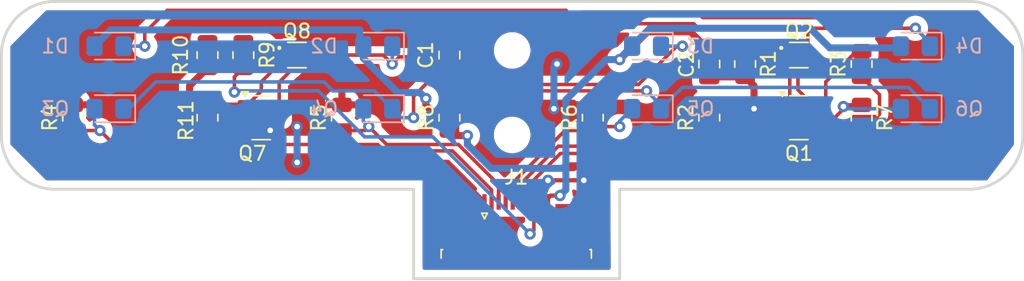
<source format=kicad_pcb>
(kicad_pcb (version 20240108) (generator "pcbnew") (generator_version "8.0")
  (layers (0 "F.Cu" signal) (31 "B.Cu" signal) (34 "B.Paste" user) (35 "F.Paste" user) (36 "B.SilkS" user "B.Silkscreen") (37 "F.SilkS" user "F.Silkscreen") (38 "B.Mask" user) (39 "F.Mask" user) (44 "Edge.Cuts" user))
  (net 0 "")
  (net 1 "GNDA")
  (net 2 "+BATT")
  (net 3 "GND")
  (net 4 "Net-(D1-K)")
  (net 5 "Net-(D2-K)")
  (net 6 "D1")
  (net 7 "A0")
  (net 8 "A1")
  (net 9 "A2")
  (net 10 "A3")
  (net 11 "+3.3V")
  (net 12 "D0")
  (net 13 "Net-(Q1-B)")
  (net 14 "Net-(Q1-C)")
  (net 15 "Net-(Q3-C)")
  (net 16 "Net-(Q7-B)")
  (net 17 "Net-(Q7-C)")
  (footprint "Package_TO_SOT_SMD:SOT-23" (layer "F.Cu") (at 172.085 104.775)
    (property "Reference" "Q1" (at 0 2.54 0) (layer "F.SilkS"))
    (property "Value" "BC817")
    (fp_line (start 0 -1.56) (end -0.65 -1.56) (stroke (width 0.12)) (layer "F.SilkS"))
    (fp_line (start 0 -1.56) (end 0.65 -1.56) (stroke (width 0.12)) (layer "F.SilkS"))
    (fp_line (start 0 1.56) (end -0.65 1.56) (stroke (width 0.12)) (layer "F.SilkS"))
    (fp_line (start 0 1.56) (end 0.65 1.56) (stroke (width 0.12)) (layer "F.SilkS"))
    (fp_poly (pts (xy -1.1625 -1.51) (xy -1.4025 -1.84) (xy -0.9225 -1.84) (xy -1.1625 -1.51)) (stroke (width 0.12)) (fill solid) (layer "F.SilkS"))
    (pad "1" smd roundrect (at -0.9375 -0.95) (size 1.475 0.6) (layers "F.Cu" "F.Paste" "F.Mask") (net 13 "Net-(Q1-B)"))
    (pad "2" smd roundrect (at -0.9375 0.95) (size 1.475 0.6) (layers "F.Cu" "F.Paste" "F.Mask") (net 3 "GND"))
    (pad "3" smd roundrect (at 0.9375 0) (size 1.475 0.6) (layers "F.Cu" "F.Paste" "F.Mask") (net 14 "Net-(Q1-C)"))
  )
  (footprint "Resistor_SMD:R_0805_2012Metric" (layer "F.Cu") (at 147.32 104.775 90)
    (property "Reference" "R8" (at 0 -1.65 90) (layer "F.SilkS"))
    (property "Value" "220R")
    (fp_line (start -0.227064 -0.735) (end 0.227064 -0.735) (stroke (width 0.12)) (layer "F.SilkS"))
    (fp_line (start -0.227064 0.735) (end 0.227064 0.735) (stroke (width 0.12)) (layer "F.SilkS"))
    (pad "1" smd roundrect (at -0.9125 0 90) (size 1.025 1.4) (layers "F.Cu" "F.Paste" "F.Mask") (roundrect_rratio 0.243902) (net 2 "+BATT"))
    (pad "2" smd roundrect (at 0.9125 0 90) (size 1.025 1.4) (layers "F.Cu" "F.Paste" "F.Mask") (roundrect_rratio 0.243902) (net 15 "Net-(Q3-C)"))
  )
  (footprint "Capacitor_SMD:C_0805_2012Metric" (layer "F.Cu") (at 165.735 100.965 -90)
    (property "Reference" "C2" (at 0.017406 1.612406 90) (layer "F.SilkS"))
    (property "Value" "4u7")
    (fp_line (start -0.261252 0.735) (end 0.261252 0.735) (stroke (width 0.12)) (layer "F.SilkS"))
    (fp_line (start -0.261252 -0.735) (end 0.261252 -0.735) (stroke (width 0.12)) (layer "F.SilkS"))
    (pad "1" smd roundrect (at -0.95 0 270) (size 1 1.45) (layers "F.Cu" "F.Paste" "F.Mask") (net 2 "+BATT"))
    (pad "2" smd roundrect (at 0.95 0 270) (size 1 1.45) (layers "F.Cu" "F.Paste" "F.Mask") (net 3 "GND"))
  )
  (footprint "Resistor_SMD:R_0805_2012Metric" (layer "F.Cu") (at 176.53 100.965 90)
    (property "Reference" "R3" (at 0 -1.65 90) (layer "F.SilkS"))
    (property "Value" "1k")
    (fp_line (start -0.227064 -0.735) (end 0.227064 -0.735) (stroke (width 0.12)) (layer "F.SilkS"))
    (fp_line (start -0.227064 0.735) (end 0.227064 0.735) (stroke (width 0.12)) (layer "F.SilkS"))
    (pad "1" smd roundrect (at -0.9125 0 90) (size 1.025 1.4) (layers "F.Cu" "F.Paste" "F.Mask") (roundrect_rratio 0.243902) (net 12 "D0"))
    (pad "2" smd roundrect (at 0.9125 0 90) (size 1.025 1.4) (layers "F.Cu" "F.Paste" "F.Mask") (roundrect_rratio 0.243902) (net 14 "Net-(Q1-C)"))
  )
  (footprint "Resistor_SMD:R_0805_2012Metric" (layer "F.Cu") (at 168.275 100.965 -90)
    (property "Reference" "R1" (at 0 -1.65 90) (layer "F.SilkS"))
    (property "Value" "6R")
    (fp_line (start -0.227064 0.735) (end 0.227064 0.735) (stroke (width 0.12)) (layer "F.SilkS"))
    (fp_line (start -0.227064 -0.735) (end 0.227064 -0.735) (stroke (width 0.12)) (layer "F.SilkS"))
    (pad "1" smd roundrect (at -0.9125 0 270) (size 1.025 1.4) (layers "F.Cu" "F.Paste" "F.Mask") (roundrect_rratio 0.243902) (net 13 "Net-(Q1-B)"))
    (pad "2" smd roundrect (at 0.9125 0 270) (size 1.025 1.4) (layers "F.Cu" "F.Paste" "F.Mask") (roundrect_rratio 0.243902) (net 3 "GND"))
  )
  (footprint "Package_TO_SOT_SMD:SOT-23" (layer "F.Cu") (at 133.985 104.775)
    (property "Reference" "Q7" (at -0.635 2.54 0) (layer "F.SilkS"))
    (property "Value" "BC817")
    (fp_line (start 0 -1.56) (end -0.65 -1.56) (stroke (width 0.12)) (layer "F.SilkS"))
    (fp_line (start 0 -1.56) (end 0.65 -1.56) (stroke (width 0.12)) (layer "F.SilkS"))
    (fp_line (start 0 1.56) (end -0.65 1.56) (stroke (width 0.12)) (layer "F.SilkS"))
    (fp_line (start 0 1.56) (end 0.65 1.56) (stroke (width 0.12)) (layer "F.SilkS"))
    (fp_poly (pts (xy -1.1625 -1.51) (xy -1.4025 -1.84) (xy -0.9225 -1.84) (xy -1.1625 -1.51)) (stroke (width 0.12)) (fill solid) (layer "F.SilkS"))
    (pad "1" smd roundrect (at -0.9375 -0.95) (size 1.475 0.6) (layers "F.Cu" "F.Paste" "F.Mask") (net 16 "Net-(Q7-B)"))
    (pad "2" smd roundrect (at -0.9375 0.95) (size 1.475 0.6) (layers "F.Cu" "F.Paste" "F.Mask") (net 3 "GND"))
    (pad "3" smd roundrect (at 0.9375 0) (size 1.475 0.6) (layers "F.Cu" "F.Paste" "F.Mask") (net 17 "Net-(Q7-C)"))
  )
  (footprint "Resistor_SMD:R_0805_2012Metric" (layer "F.Cu") (at 132.715 100.33 90)
    (property "Reference" "R9" (at 0.001517 1.685801 -90) (layer "F.SilkS"))
    (property "Value" "1k")
    (fp_line (start -0.227064 -0.735) (end 0.227064 -0.735) (stroke (width 0.12)) (layer "F.SilkS"))
    (fp_line (start -0.227064 0.735) (end 0.227064 0.735) (stroke (width 0.12)) (layer "F.SilkS"))
    (pad "1" smd roundrect (at -0.9125 0 90) (size 1.025 1.4) (layers "F.Cu" "F.Paste" "F.Mask") (roundrect_rratio 0.243902) (net 6 "D1"))
    (pad "2" smd roundrect (at 0.9125 0 90) (size 1.025 1.4) (layers "F.Cu" "F.Paste" "F.Mask") (roundrect_rratio 0.243902) (net 17 "Net-(Q7-C)"))
  )
  (footprint "Connector_FFC-FPC:TE_1-1734839-0_1x10-1MP_P0.5mm_Horizontal" (layer "F.Cu") (at 152.055 112.105)
    (property "Reference" "J1" (at 0 -3.1 0) (layer "F.SilkS"))
    (property "Value" "10x0.5mm FPC")
    (fp_line (start -5.325 2.04) (end -5.325 2.64) (stroke (width 0.12)) (layer "F.SilkS"))
    (fp_line (start -5.215 2.04) (end -5.325 2.04) (stroke (width 0.12)) (layer "F.SilkS"))
    (fp_line (start -2.45 -0.55) (end -2.25 -0.15) (stroke (width 0.12)) (layer "F.SilkS"))
    (fp_line (start -2.25 -0.15) (end -2.05 -0.55) (stroke (width 0.12)) (layer "F.SilkS"))
    (fp_line (start -2.05 -0.55) (end -2.45 -0.55) (stroke (width 0.12)) (layer "F.SilkS"))
    (fp_line (start 5.215 2.04) (end 5.325 2.04) (stroke (width 0.12)) (layer "F.SilkS"))
    (fp_line (start 5.325 2.04) (end 5.325 2.64) (stroke (width 0.12)) (layer "F.SilkS"))
    (pad "1" smd rect (at -2.25 -1.35) (size 0.3 1.1) (layers "F.Cu" "F.Paste" "F.Mask") (net 1 "GNDA"))
    (pad "2" smd rect (at -1.75 -1.35) (size 0.3 1.1) (layers "F.Cu" "F.Paste" "F.Mask") (net 7 "A0"))
    (pad "3" smd rect (at -1.25 -1.35) (size 0.3 1.1) (layers "F.Cu" "F.Paste" "F.Mask") (net 8 "A1"))
    (pad "4" smd rect (at -0.75 -1.35) (size 0.3 1.1) (layers "F.Cu" "F.Paste" "F.Mask") (net 9 "A2"))
    (pad "5" smd rect (at -0.25 -1.35) (size 0.3 1.1) (layers "F.Cu" "F.Paste" "F.Mask") (net 10 "A3"))
    (pad "6" smd rect (at 0.25 -1.35) (size 0.3 1.1) (layers "F.Cu" "F.Paste" "F.Mask") (net 11 "+3.3V"))
    (pad "7" smd rect (at 0.75 -1.35) (size 0.3 1.1) (layers "F.Cu" "F.Paste" "F.Mask") (net 12 "D0"))
    (pad "8" smd rect (at 1.25 -1.35) (size 0.3 1.1) (layers "F.Cu" "F.Paste" "F.Mask") (net 6 "D1"))
    (pad "9" smd rect (at 1.75 -1.35) (size 0.3 1.1) (layers "F.Cu" "F.Paste" "F.Mask") (net 3 "GND"))
    (pad "10" smd rect (at 2.25 -1.35) (size 0.3 1.1) (layers "F.Cu" "F.Paste" "F.Mask") (net 2 "+BATT"))
    (pad "MP" smd rect (at -3.92 0.35) (size 2.3 3.1) (layers "F.Cu" "F.Paste" "F.Mask"))
    (pad "MP" smd rect (at 3.92 0.35) (size 2.3 3.1) (layers "F.Cu" "F.Paste" "F.Mask"))
  )
  (footprint "Resistor_SMD:R_0805_2012Metric" (layer "F.Cu") (at 130.175 100.33 -90)
    (property "Reference" "R10" (at 0 1.905 90) (layer "F.SilkS"))
    (property "Value" "15k")
    (fp_line (start -0.227064 0.735) (end 0.227064 0.735) (stroke (width 0.12)) (layer "F.SilkS"))
    (fp_line (start -0.227064 -0.735) (end 0.227064 -0.735) (stroke (width 0.12)) (layer "F.SilkS"))
    (pad "1" smd roundrect (at -0.9125 0 270) (size 1.025 1.4) (layers "F.Cu" "F.Paste" "F.Mask") (roundrect_rratio 0.243902) (net 17 "Net-(Q7-C)"))
    (pad "2" smd roundrect (at 0.9125 0 270) (size 1.025 1.4) (layers "F.Cu" "F.Paste" "F.Mask") (roundrect_rratio 0.243902) (net 3 "GND"))
  )
  (footprint "MountingHole:MountingHole_2.1mm" (layer "F.Cu") (at 151.765 106)
    (property "Reference" "REF-mh" (hide yes))
    (property "Value" "MountingHole_2.1mm" (hide yes))
    (pad "" np_thru_hole circle (at 0 0) (size 2.1 2.1) (drill 2.1) (layers "*.Cu" "*.Mask"))
  )
  (footprint "Resistor_SMD:R_0805_2012Metric" (layer "F.Cu") (at 139.7 104.775 90)
    (property "Reference" "R5" (at 0 -1.65 90) (layer "F.SilkS"))
    (property "Value" "2k2")
    (fp_line (start -0.227064 -0.735) (end 0.227064 -0.735) (stroke (width 0.12)) (layer "F.SilkS"))
    (fp_line (start -0.227064 0.735) (end 0.227064 0.735) (stroke (width 0.12)) (layer "F.SilkS"))
    (pad "1" smd roundrect (at -0.9125 0 90) (size 1.025 1.4) (layers "F.Cu" "F.Paste" "F.Mask") (roundrect_rratio 0.243902) (net 8 "A1"))
    (pad "2" smd roundrect (at 0.9125 0 90) (size 1.025 1.4) (layers "F.Cu" "F.Paste" "F.Mask") (roundrect_rratio 0.243902) (net 1 "GNDA"))
  )
  (footprint "Package_TO_SOT_SMD:SOT-523" (layer "F.Cu") (at 172.085 100.33)
    (property "Reference" "Q2" (at 0 -1.7 0) (layer "F.SilkS"))
    (property "Value" "DMG1012T")
    (fp_line (start 0.65 -0.9) (end -0.65 -0.9) (stroke (width 0.12)) (layer "F.SilkS"))
    (fp_line (start 0.65 0.9) (end -0.65 0.9) (stroke (width 0.12)) (layer "F.SilkS"))
    (fp_circle (center -1.25 -0.51) (end -1.1 -0.51) (fill solid) (layer "F.SilkS"))
    (pad "1" smd roundrect (at -0.645 -0.5 180) (size 0.51 0.4) (layers "F.Cu" "F.Paste" "F.Mask") (net 14 "Net-(Q1-C)"))
    (pad "2" smd roundrect (at -0.645 0.5 180) (size 0.51 0.4) (layers "F.Cu" "F.Paste" "F.Mask") (net 13 "Net-(Q1-B)"))
    (pad "3" smd roundrect (at 0.645 0 180) (size 0.51 0.4) (layers "F.Cu" "F.Paste" "F.Mask") (net 4 "Net-(D1-K)"))
  )
  (footprint "Resistor_SMD:R_0805_2012Metric" (layer "F.Cu") (at 130.175 104.775 -90)
    (property "Reference" "R11" (at 0.214803 1.517424 90) (layer "F.SilkS"))
    (property "Value" "6R")
    (fp_line (start -0.227064 0.735) (end 0.227064 0.735) (stroke (width 0.12)) (layer "F.SilkS"))
    (fp_line (start -0.227064 -0.735) (end 0.227064 -0.735) (stroke (width 0.12)) (layer "F.SilkS"))
    (pad "1" smd roundrect (at -0.9125 0 270) (size 1.025 1.4) (layers "F.Cu" "F.Paste" "F.Mask") (roundrect_rratio 0.243902) (net 16 "Net-(Q7-B)"))
    (pad "2" smd roundrect (at 0.9125 0 270) (size 1.025 1.4) (layers "F.Cu" "F.Paste" "F.Mask") (roundrect_rratio 0.243902) (net 3 "GND"))
  )
  (footprint "MountingHole:MountingHole_2.1mm" (layer "F.Cu") (at 151.765 100)
    (property "Reference" "REF-mh" (hide yes))
    (property "Value" "MountingHole_2.1mm" (hide yes))
    (pad "" np_thru_hole circle (at 0 0) (size 2.1 2.1) (drill 2.1) (layers "*.Cu" "*.Mask"))
  )
  (footprint "Resistor_SMD:R_0805_2012Metric" (layer "F.Cu") (at 176.53 104.775 -90)
    (property "Reference" "R7" (at 0 -1.65 90) (layer "F.SilkS"))
    (property "Value" "2k2")
    (fp_line (start -0.227064 0.735) (end 0.227064 0.735) (stroke (width 0.12)) (layer "F.SilkS"))
    (fp_line (start -0.227064 -0.735) (end 0.227064 -0.735) (stroke (width 0.12)) (layer "F.SilkS"))
    (pad "1" smd roundrect (at -0.9125 0 270) (size 1.025 1.4) (layers "F.Cu" "F.Paste" "F.Mask") (roundrect_rratio 0.243902) (net 10 "A3"))
    (pad "2" smd roundrect (at 0.9125 0 270) (size 1.025 1.4) (layers "F.Cu" "F.Paste" "F.Mask") (roundrect_rratio 0.243902) (net 1 "GNDA"))
  )
  (footprint "Resistor_SMD:R_0805_2012Metric" (layer "F.Cu") (at 157.48 104.775 90)
    (property "Reference" "R6" (at 0 -1.65 90) (layer "F.SilkS"))
    (property "Value" "2k2")
    (fp_line (start -0.227064 -0.735) (end 0.227064 -0.735) (stroke (width 0.12)) (layer "F.SilkS"))
    (fp_line (start -0.227064 0.735) (end 0.227064 0.735) (stroke (width 0.12)) (layer "F.SilkS"))
    (pad "1" smd roundrect (at -0.9125 0 90) (size 1.025 1.4) (layers "F.Cu" "F.Paste" "F.Mask") (roundrect_rratio 0.243902) (net 9 "A2"))
    (pad "2" smd roundrect (at 0.9125 0 90) (size 1.025 1.4) (layers "F.Cu" "F.Paste" "F.Mask") (roundrect_rratio 0.243902) (net 1 "GNDA"))
  )
  (footprint "Resistor_SMD:R_0805_2012Metric" (layer "F.Cu") (at 120.65 104.775 90)
    (property "Reference" "R4" (at 0 -1.65 90) (layer "F.SilkS"))
    (property "Value" "2k2")
    (fp_line (start -0.227064 -0.735) (end 0.227064 -0.735) (stroke (width 0.12)) (layer "F.SilkS"))
    (fp_line (start -0.227064 0.735) (end 0.227064 0.735) (stroke (width 0.12)) (layer "F.SilkS"))
    (pad "1" smd roundrect (at -0.9125 0 90) (size 1.025 1.4) (layers "F.Cu" "F.Paste" "F.Mask") (roundrect_rratio 0.243902) (net 7 "A0"))
    (pad "2" smd roundrect (at 0.9125 0 90) (size 1.025 1.4) (layers "F.Cu" "F.Paste" "F.Mask") (roundrect_rratio 0.243902) (net 1 "GNDA"))
  )
  (footprint "Resistor_SMD:R_0805_2012Metric" (layer "F.Cu") (at 165.735 104.775 90)
    (property "Reference" "R2" (at 0 -1.65 90) (layer "F.SilkS"))
    (property "Value" "15k")
    (fp_line (start -0.227064 -0.735) (end 0.227064 -0.735) (stroke (width 0.12)) (layer "F.SilkS"))
    (fp_line (start -0.227064 0.735) (end 0.227064 0.735) (stroke (width 0.12)) (layer "F.SilkS"))
    (pad "1" smd roundrect (at -0.9125 0 90) (size 1.025 1.4) (layers "F.Cu" "F.Paste" "F.Mask") (roundrect_rratio 0.243902) (net 14 "Net-(Q1-C)"))
    (pad "2" smd roundrect (at 0.9125 0 90) (size 1.025 1.4) (layers "F.Cu" "F.Paste" "F.Mask") (roundrect_rratio 0.243902) (net 3 "GND"))
  )
  (footprint "Capacitor_SMD:C_0805_2012Metric" (layer "F.Cu") (at 147.32 100.33 90)
    (property "Reference" "C1" (at 0 -1.68 90) (layer "F.SilkS"))
    (property "Value" "100nF")
    (fp_line (start -0.261252 -0.735) (end 0.261252 -0.735) (stroke (width 0.12)) (layer "F.SilkS"))
    (fp_line (start -0.261252 0.735) (end 0.261252 0.735) (stroke (width 0.12)) (layer "F.SilkS"))
    (pad "1" smd roundrect (at -0.95 0 90) (size 1 1.45) (layers "F.Cu" "F.Paste" "F.Mask") (net 15 "Net-(Q3-C)"))
    (pad "2" smd roundrect (at 0.95 0 90) (size 1 1.45) (layers "F.Cu" "F.Paste" "F.Mask") (net 1 "GNDA"))
  )
  (footprint "Package_TO_SOT_SMD:SOT-523" (layer "F.Cu") (at 136.515 100.33)
    (property "Reference" "Q8" (at 0 -1.7 0) (layer "F.SilkS"))
    (property "Value" "DMG1012T")
    (fp_line (start 0.65 -0.9) (end -0.65 -0.9) (stroke (width 0.12)) (layer "F.SilkS"))
    (fp_line (start 0.65 0.9) (end -0.65 0.9) (stroke (width 0.12)) (layer "F.SilkS"))
    (fp_circle (center -1.25 -0.51) (end -1.1 -0.51) (fill solid) (layer "F.SilkS"))
    (pad "1" smd roundrect (at -0.645 -0.5 180) (size 0.51 0.4) (layers "F.Cu" "F.Paste" "F.Mask") (net 17 "Net-(Q7-C)"))
    (pad "2" smd roundrect (at -0.645 0.5 180) (size 0.51 0.4) (layers "F.Cu" "F.Paste" "F.Mask") (net 16 "Net-(Q7-B)"))
    (pad "3" smd roundrect (at 0.645 0 180) (size 0.51 0.4) (layers "F.Cu" "F.Paste" "F.Mask") (net 5 "Net-(D2-K)"))
  )
  (footprint "LED_SMD:LED_0805_2012Metric_Pad1.15x1.40mm_HandSolder" (layer "B.Cu") (at 123.19 104.14 180)
    (property "Reference" "Q3" (at 3.81 0 0) (layer "B.SilkS") (effects (justify mirror)))
    (property "Value" "PT0805CS")
    (fp_line (start 1 -0.96) (end -1.86 -0.96) (stroke (width 0.12)) (layer "B.SilkS"))
    (fp_line (start -1.86 0.96) (end 1 0.96) (stroke (width 0.12)) (layer "B.SilkS"))
    (fp_line (start -1.86 -0.96) (end -1.86 0.96) (stroke (width 0.12)) (layer "B.SilkS"))
    (pad "1" smd roundrect (at -1.025 0 180) (size 1.15 1.4) (layers "B.Cu" "B.Paste" "B.Mask") (roundrect_rratio 0.217391) (net 15 "Net-(Q3-C)"))
    (pad "2" smd roundrect (at 1.025 0 180) (size 1.15 1.4) (layers "B.Cu" "B.Paste" "B.Mask") (roundrect_rratio 0.217391) (net 7 "A0"))
  )
  (footprint "LED_SMD:LED_0805_2012Metric_Pad1.15x1.40mm_HandSolder" (layer "B.Cu") (at 123.19 99.695 180)
    (property "Reference" "D1" (at 3.81 0 0) (layer "B.SilkS") (effects (justify mirror)))
    (property "Value" "SIR0805CS")
    (fp_line (start 1 -0.96) (end -1.86 -0.96) (stroke (width 0.12)) (layer "B.SilkS"))
    (fp_line (start -1.86 0.96) (end 1 0.96) (stroke (width 0.12)) (layer "B.SilkS"))
    (fp_line (start -1.86 -0.96) (end -1.86 0.96) (stroke (width 0.12)) (layer "B.SilkS"))
    (pad "1" smd roundrect (at -1.025 0 180) (size 1.15 1.4) (layers "B.Cu" "B.Paste" "B.Mask") (roundrect_rratio 0.217391) (net 4 "Net-(D1-K)"))
    (pad "2" smd roundrect (at 1.025 0 180) (size 1.15 1.4) (layers "B.Cu" "B.Paste" "B.Mask") (roundrect_rratio 0.217391) (net 2 "+BATT"))
  )
  (footprint "LED_SMD:LED_0805_2012Metric_Pad1.15x1.40mm_HandSolder" (layer "B.Cu") (at 142.24 104.14 180)
    (property "Reference" "Q4" (at 3.81 0 0) (layer "B.SilkS") (effects (justify mirror)))
    (property "Value" "PT0805CS")
    (fp_line (start 1 -0.96) (end -1.86 -0.96) (stroke (width 0.12)) (layer "B.SilkS"))
    (fp_line (start -1.86 0.96) (end 1 0.96) (stroke (width 0.12)) (layer "B.SilkS"))
    (fp_line (start -1.86 -0.96) (end -1.86 0.96) (stroke (width 0.12)) (layer "B.SilkS"))
    (pad "1" smd roundrect (at -1.025 0 180) (size 1.15 1.4) (layers "B.Cu" "B.Paste" "B.Mask") (roundrect_rratio 0.217391) (net 15 "Net-(Q3-C)"))
    (pad "2" smd roundrect (at 1.025 0 180) (size 1.15 1.4) (layers "B.Cu" "B.Paste" "B.Mask") (roundrect_rratio 0.217391) (net 8 "A1"))
  )
  (footprint "LED_SMD:LED_0805_2012Metric_Pad1.15x1.40mm_HandSolder" (layer "B.Cu") (at 161.29 104.14 180)
    (property "Reference" "Q5" (at -3.81 0 0) (layer "B.SilkS") (effects (justify mirror)))
    (property "Value" "PT0805CS")
    (fp_line (start 1 -0.96) (end -1.86 -0.96) (stroke (width 0.12)) (layer "B.SilkS"))
    (fp_line (start -1.86 0.96) (end 1 0.96) (stroke (width 0.12)) (layer "B.SilkS"))
    (fp_line (start -1.86 -0.96) (end -1.86 0.96) (stroke (width 0.12)) (layer "B.SilkS"))
    (pad "1" smd roundrect (at -1.025 0 180) (size 1.15 1.4) (layers "B.Cu" "B.Paste" "B.Mask") (roundrect_rratio 0.217391) (net 15 "Net-(Q3-C)"))
    (pad "2" smd roundrect (at 1.025 0 180) (size 1.15 1.4) (layers "B.Cu" "B.Paste" "B.Mask") (roundrect_rratio 0.217391) (net 9 "A2"))
  )
  (footprint "LED_SMD:LED_0805_2012Metric_Pad1.15x1.40mm_HandSolder" (layer "B.Cu") (at 142.24 99.695 180)
    (property "Reference" "D2" (at 3.81 0 0) (layer "B.SilkS") (effects (justify mirror)))
    (property "Value" "SIR0805CS")
    (fp_line (start 1 -0.96) (end -1.86 -0.96) (stroke (width 0.12)) (layer "B.SilkS"))
    (fp_line (start -1.86 0.96) (end 1 0.96) (stroke (width 0.12)) (layer "B.SilkS"))
    (fp_line (start -1.86 -0.96) (end -1.86 0.96) (stroke (width 0.12)) (layer "B.SilkS"))
    (pad "1" smd roundrect (at -1.025 0 180) (size 1.15 1.4) (layers "B.Cu" "B.Paste" "B.Mask") (roundrect_rratio 0.217391) (net 5 "Net-(D2-K)"))
    (pad "2" smd roundrect (at 1.025 0 180) (size 1.15 1.4) (layers "B.Cu" "B.Paste" "B.Mask") (roundrect_rratio 0.217391) (net 2 "+BATT"))
  )
  (footprint "LED_SMD:LED_0805_2012Metric_Pad1.15x1.40mm_HandSolder" (layer "B.Cu") (at 180.34 99.695 180)
    (property "Reference" "D4" (at -3.81 0 0) (layer "B.SilkS") (effects (justify mirror)))
    (property "Value" "SIR0805CS")
    (fp_line (start 1 -0.96) (end -1.86 -0.96) (stroke (width 0.12)) (layer "B.SilkS"))
    (fp_line (start -1.86 0.96) (end 1 0.96) (stroke (width 0.12)) (layer "B.SilkS"))
    (fp_line (start -1.86 -0.96) (end -1.86 0.96) (stroke (width 0.12)) (layer "B.SilkS"))
    (pad "1" smd roundrect (at -1.025 0 180) (size 1.15 1.4) (layers "B.Cu" "B.Paste" "B.Mask") (roundrect_rratio 0.217391) (net 4 "Net-(D1-K)"))
    (pad "2" smd roundrect (at 1.025 0 180) (size 1.15 1.4) (layers "B.Cu" "B.Paste" "B.Mask") (roundrect_rratio 0.217391) (net 2 "+BATT"))
  )
  (footprint "LED_SMD:LED_0805_2012Metric_Pad1.15x1.40mm_HandSolder" (layer "B.Cu") (at 161.29 99.695 180)
    (property "Reference" "D3" (at -3.81 0 0) (layer "B.SilkS") (effects (justify mirror)))
    (property "Value" "SIR0805CS")
    (fp_line (start 1 -0.96) (end -1.86 -0.96) (stroke (width 0.12)) (layer "B.SilkS"))
    (fp_line (start -1.86 0.96) (end 1 0.96) (stroke (width 0.12)) (layer "B.SilkS"))
    (fp_line (start -1.86 -0.96) (end -1.86 0.96) (stroke (width 0.12)) (layer "B.SilkS"))
    (pad "1" smd roundrect (at -1.025 0 180) (size 1.15 1.4) (layers "B.Cu" "B.Paste" "B.Mask") (roundrect_rratio 0.217391) (net 5 "Net-(D2-K)"))
    (pad "2" smd roundrect (at 1.025 0 180) (size 1.15 1.4) (layers "B.Cu" "B.Paste" "B.Mask") (roundrect_rratio 0.217391) (net 2 "+BATT"))
  )
  (footprint "LED_SMD:LED_0805_2012Metric_Pad1.15x1.40mm_HandSolder" (layer "B.Cu") (at 180.34 104.14 180)
    (property "Reference" "Q6" (at -3.81 0 0) (layer "B.SilkS") (effects (justify mirror)))
    (property "Value" "PT0805CS")
    (fp_line (start 1 -0.96) (end -1.86 -0.96) (stroke (width 0.12)) (layer "B.SilkS"))
    (fp_line (start -1.86 0.96) (end 1 0.96) (stroke (width 0.12)) (layer "B.SilkS"))
    (fp_line (start -1.86 -0.96) (end -1.86 0.96) (stroke (width 0.12)) (layer "B.SilkS"))
    (pad "1" smd roundrect (at -1.025 0 180) (size 1.15 1.4) (layers "B.Cu" "B.Paste" "B.Mask") (roundrect_rratio 0.217391) (net 15 "Net-(Q3-C)"))
    (pad "2" smd roundrect (at 1.025 0 180) (size 1.15 1.4) (layers "B.Cu" "B.Paste" "B.Mask") (roundrect_rratio 0.217391) (net 10 "A3"))
  )
  (gr_line (start 119.38 96.52) (end 184.15 96.52) (stroke (width 0.2)) (layer "Edge.Cuts"))
  (gr_arc (start 119.38 109.855) (mid 116.685924 108.739077) (end 115.57 106.045) (stroke (width 0.2)) (layer "Edge.Cuts"))
  (gr_line (start 144.78 116.205) (end 159.385 116.205) (stroke (width 0.2)) (layer "Edge.Cuts"))
  (gr_line (start 144.78 109.855) (end 144.78 116.205) (stroke (width 0.2)) (layer "Edge.Cuts"))
  (gr_arc (start 184.15 96.52) (mid 186.844076 97.635923) (end 187.96 100.33) (stroke (width 0.2)) (layer "Edge.Cuts"))
  (gr_arc (start 115.57 100.33) (mid 116.685923 97.635924) (end 119.38 96.52) (stroke (width 0.2)) (layer "Edge.Cuts"))
  (gr_line (start 144.78 109.855) (end 119.38 109.855) (stroke (width 0.2)) (layer "Edge.Cuts"))
  (gr_line (start 115.57 106.045) (end 115.57 100.33) (stroke (width 0.2)) (layer "Edge.Cuts"))
  (gr_line (start 159.385 109.855) (end 184.15 109.855) (stroke (width 0.2)) (layer "Edge.Cuts"))
  (gr_arc (start 187.96 106.045) (mid 186.844077 108.739076) (end 184.15 109.855) (stroke (width 0.2)) (layer "Edge.Cuts"))
  (gr_line (start 159.385 116.205) (end 159.385 109.855) (stroke (width 0.2)) (layer "Edge.Cuts"))
  (gr_line (start 187.96 100.33) (end 187.96 106.045) (stroke (width 0.2)) (layer "Edge.Cuts"))
  (segment (start 149.805 110.755) (end 149.805 111.705) (width 0.3) (layer "F.Cu") (net 1))
  (segment (start 149.805 111.705) (end 150.495 112.395) (width 0.3) (layer "F.Cu") (net 1))
  (segment (start 149.805 110.755) (end 148.905 109.855) (width 0.3) (layer "F.Cu") (net 1))
  (via (at 154.725 104.14) (size 0.8) (drill 0.4) (layers "F.Cu" "B.Cu") (net 1))
  (via (at 136.525 105.41) (size 0.8) (drill 0.4) (layers "F.Cu" "B.Cu") (net 1))
  (via (at 154.94 100.965) (size 0.8) (drill 0.4) (layers "F.Cu" "B.Cu") (net 1))
  (via (at 136.525 107.95) (size 0.8) (drill 0.4) (layers "F.Cu" "B.Cu") (net 1))
  (segment (start 154.725 104.14) (end 154.725 101.18) (width 0.5) (layer "B.Cu") (net 1))
  (segment (start 136.525 105.41) (end 136.525 107.95) (width 0.5) (layer "B.Cu") (net 1))
  (segment (start 154.725 101.18) (end 154.94 100.965) (width 0.5) (layer "B.Cu") (net 1))
  (segment (start 164.4 98.68) (end 165.735 100.015) (width 0.5) (layer "F.Cu") (net 2))
  (segment (start 154.490002 110.304998) (end 154.305 110.49) (width 0.3) (layer "F.Cu") (net 2))
  (segment (start 154.305 110.49) (end 154.305 110.755) (width 0.25) (layer "F.Cu") (net 2))
  (segment (start 147.6775 106.045) (end 147.32 105.6875) (width 0.5) (layer "F.Cu") (net 2))
  (segment (start 159.385 100.65) (end 161.355 98.68) (width 0.5) (layer "F.Cu") (net 2))
  (segment (start 148.59 106.045) (end 147.6775 106.045) (width 0.5) (layer "F.Cu") (net 2))
  (segment (start 145.651561 103.903439) (end 147.32 105.571878) (width 0.5) (layer "F.Cu") (net 2))
  (segment (start 155.155 110.304998) (end 154.490002 110.304998) (width 0.3) (layer "F.Cu") (net 2))
  (segment (start 161.355 98.68) (end 164.4 98.68) (width 0.5) (layer "F.Cu") (net 2))
  (segment (start 147.32 105.571878) (end 147.32 105.6875) (width 0.5) (layer "F.Cu") (net 2))
  (segment (start 145.651561 103.415) (end 145.651561 103.903439) (width 0.5) (layer "F.Cu") (net 2))
  (via (at 145.651561 103.415) (size 0.8) (drill 0.4) (layers "F.Cu" "B.Cu") (net 2))
  (via (at 155.155 110.304998) (size 0.8) (drill 0.4) (layers "F.Cu" "B.Cu") (net 2))
  (via (at 148.59 106.045) (size 0.8) (drill 0.4) (layers "F.Cu" "B.Cu") (net 2))
  (via (at 159.385 100.65) (size 0.8) (drill 0.4) (layers "F.Cu" "B.Cu") (net 2))
  (segment (start 141.215 100.545) (end 141.215 99.695) (width 0.5) (layer "B.Cu") (net 2))
  (segment (start 145.226561 102.99) (end 143.66 102.99) (width 0.5) (layer "B.Cu") (net 2))
  (segment (start 123.315 98.545) (end 122.165 99.695) (width 0.5) (layer "B.Cu") (net 2))
  (segment (start 179.1895 99.8205) (end 174.272918 99.8205) (width 0.5) (layer "B.Cu") (net 2))
  (segment (start 145.651561 103.415) (end 145.226561 102.99) (width 0.5) (layer "B.Cu") (net 2))
  (segment (start 140.97 98.545) (end 140.97 99.45) (width 0.5) (layer "B.Cu") (net 2))
  (segment (start 150.28 108.37) (end 155.497082 108.37) (width 0.5) (layer "B.Cu") (net 2))
  (segment (start 155.155 110.304998) (end 155.575 109.884998) (width 0.5) (layer "B.Cu") (net 2))
  (segment (start 161.535 98.425) (end 160.265 99.695) (width 0.5) (layer "B.Cu") (net 2))
  (segment (start 179.315 99.695) (end 179.1895 99.8205) (width 0.5) (layer "B.Cu") (net 2))
  (segment (start 174.272918 99.8205) (end 172.877418 98.425) (width 0.5) (layer "B.Cu") (net 2))
  (segment (start 160.7199 99.695) (end 160.265 99.695) (width 0.25) (layer "B.Cu") (net 2))
  (segment (start 155.497082 108.37) (end 155.575 108.447918) (width 0.5) (layer "B.Cu") (net 2))
  (segment (start 148.59 106.68) (end 150.28 108.37) (width 0.5) (layer "B.Cu") (net 2))
  (segment (start 140.97 98.545) (end 123.315 98.545) (width 0.5) (layer "B.Cu") (net 2))
  (segment (start 143.66 102.99) (end 141.215 100.545) (width 0.5) (layer "B.Cu") (net 2))
  (segment (start 148.59 106.045) (end 148.59 106.68) (width 0.5) (layer "B.Cu") (net 2))
  (segment (start 159.385 100.575) (end 160.265 99.695) (width 0.5) (layer "B.Cu") (net 2))
  (segment (start 158.43 100.65) (end 159.385 100.65) (width 0.5) (layer "B.Cu") (net 2))
  (segment (start 155.575 109.884998) (end 155.575 108.447918) (width 0.5) (layer "B.Cu") (net 2))
  (segment (start 155.575 103.505) (end 158.43 100.65) (width 0.5) (layer "B.Cu") (net 2))
  (segment (start 159.385 100.65) (end 159.385 100.575) (width 0.5) (layer "B.Cu") (net 2))
  (segment (start 155.575 108.447918) (end 155.575 103.505) (width 0.5) (layer "B.Cu") (net 2))
  (segment (start 140.97 99.45) (end 141.215 99.695) (width 0.5) (layer "B.Cu") (net 2))
  (segment (start 172.877418 98.425) (end 161.535 98.425) (width 0.5) (layer "B.Cu") (net 2))
  (segment (start 154.305 109.22) (end 156.845 109.22) (width 0.3) (layer "F.Cu") (net 3))
  (segment (start 168.905 105.41) (end 169.22 105.725) (width 0.5) (layer "F.Cu") (net 3))
  (segment (start 130.175 105.6875) (end 133.01 105.6875) (width 0.5) (layer "F.Cu") (net 3))
  (segment (start 128.905 105.41) (end 128.905 102.5125) (width 0.5) (layer "F.Cu") (net 3))
  (segment (start 168.275 101.8775) (end 165.7725 101.8775) (width 0.5) (layer "F.Cu") (net 3))
  (segment (start 154.305 109.22) (end 153.805 109.72) (width 0.3) (layer "F.Cu") (net 3))
  (segment (start 129.1825 105.6875) (end 128.905 105.41) (width 0.5) (layer "F.Cu") (net 3))
  (segment (start 168.905 104.14) (end 166.0125 104.14) (width 0.5) (layer "F.Cu") (net 3))
  (segment (start 134.57 105.725) (end 133.0475 105.725) (width 0.5) (layer "F.Cu") (net 3))
  (segment (start 153.805 109.72) (end 153.805 110.755) (width 0.3) (layer "F.Cu") (net 3))
  (segment (start 133.01 105.6875) (end 133.0475 105.725) (width 0.5) (layer "F.Cu") (net 3))
  (segment (start 134.62 105.675) (end 134.57 105.725) (width 0.5) (layer "F.Cu") (net 3))
  (segment (start 128.905 102.5125) (end 130.175 101.2425) (width 0.5) (layer "F.Cu") (net 3))
  (segment (start 130.175 105.6875) (end 129.1825 105.6875) (width 0.5) (layer "F.Cu") (net 3))
  (segment (start 168.905 104.14) (end 168.905 105.41) (width 0.5) (layer "F.Cu") (net 3))
  (segment (start 168.905 102.5075) (end 168.905 105.41) (width 0.5) (layer "F.Cu") (net 3))
  (segment (start 169.22 105.725) (end 171.1475 105.725) (width 0.5) (layer "F.Cu") (net 3))
  (segment (start 165.7725 101.8775) (end 165.735 101.915) (width 0.5) (layer "F.Cu") (net 3))
  (segment (start 168.275 101.8775) (end 168.905 102.5075) (width 0.5) (layer "F.Cu") (net 3))
  (segment (start 166.0125 104.14) (end 165.735 103.8625) (width 0.5) (layer "F.Cu") (net 3))
  (via (at 168.905 104.14) (size 0.8) (drill 0.4) (layers "F.Cu" "B.Cu") (net 3))
  (via (at 134.62 105.675) (size 0.8) (drill 0.4) (layers "F.Cu" "B.Cu") (net 3))
  (via (at 154.305 109.22) (size 0.8) (drill 0.4) (layers "F.Cu" "B.Cu") (net 3))
  (via (at 156.845 109.22) (size 0.8) (drill 0.4) (layers "F.Cu" "B.Cu") (net 3))
  (segment (start 164.638173 98.105) (end 164.958173 98.425) (width 0.25) (layer "F.Cu") (net 4))
  (segment (start 164.958173 98.425) (end 180.34 98.425) (width 0.25) (layer "F.Cu") (net 4))
  (segment (start 127.3175 97.155) (end 155.575 97.155) (width 0.25) (layer "F.Cu") (net 4))
  (segment (start 172.72 98.425) (end 172.72 100.32) (width 0.25) (layer "F.Cu") (net 4))
  (segment (start 125.73 99.695) (end 125.73 98.7425) (width 0.25) (layer "F.Cu") (net 4))
  (segment (start 156.525 98.105) (end 164.638173 98.105) (width 0.25) (layer "F.Cu") (net 4))
  (segment (start 155.575 97.155) (end 156.525 98.105) (width 0.25) (layer "F.Cu") (net 4))
  (segment (start 172.72 100.32) (end 172.73 100.33) (width 0.25) (layer "F.Cu") (net 4))
  (segment (start 125.73 98.7425) (end 127.3175 97.155) (width 0.25) (layer "F.Cu") (net 4))
  (via (at 125.73 99.695) (size 0.8) (drill 0.4) (layers "F.Cu" "B.Cu") (net 4))
  (via (at 180.34 98.425) (size 0.8) (drill 0.4) (layers "F.Cu" "B.Cu") (net 4))
  (segment (start 125.73 99.695) (end 124.215 99.695) (width 0.25) (layer "B.Cu") (net 4))
  (segment (start 181.365 99.45) (end 180.34 98.425) (width 0.25) (layer "B.Cu") (net 4))
  (segment (start 181.365 99.695) (end 181.365 99.45) (width 0.25) (layer "B.Cu") (net 4))
  (segment (start 143.775 100.455) (end 143.265 100.965) (width 0.25) (layer "F.Cu") (net 5))
  (segment (start 150.0051 102.42) (end 148.0401 100.455) (width 0.25) (layer "F.Cu") (net 5))
  (segment (start 142.63 100.33) (end 137.16 100.33) (width 0.25) (layer "F.Cu") (net 5))
  (segment (start 163.83 99.695) (end 163.439695 99.695) (width 0.25) (layer "F.Cu") (net 5))
  (segment (start 163.439695 99.695) (end 160.714695 102.42) (width 0.25) (layer "F.Cu") (net 5))
  (segment (start 148.0401 100.455) (end 143.775 100.455) (width 0.25) (layer "F.Cu") (net 5))
  (segment (start 160.714695 102.42) (end 150.0051 102.42) (width 0.25) (layer "F.Cu") (net 5))
  (segment (start 143.265 100.965) (end 142.63 100.33) (width 0.25) (layer "F.Cu") (net 5))
  (via (at 163.83 99.695) (size 0.8) (drill 0.4) (layers "F.Cu" "B.Cu") (net 5))
  (via (at 143.265 100.965) (size 0.8) (drill 0.4) (layers "F.Cu" "B.Cu") (net 5))
  (segment (start 143.265 100.965) (end 143.265 99.695) (width 0.25) (layer "B.Cu") (net 5))
  (segment (start 163.83 99.695) (end 162.315 99.695) (width 0.25) (layer "B.Cu") (net 5))
  (segment (start 153.305 110.755) (end 153.305 112.76) (width 0.25) (layer "F.Cu") (net 6))
  (segment (start 153.305 112.76) (end 153.035 113.03) (width 0.25) (layer "F.Cu") (net 6))
  (segment (start 132.08 101.8775) (end 132.715 101.2425) (width 0.25) (layer "F.Cu") (net 6))
  (segment (start 132.08 102.96) (end 132.08 101.8775) (width 0.25) (layer "F.Cu") (net 6))
  (via (at 132.08 102.96) (size 0.8) (drill 0.4) (layers "F.Cu" "B.Cu") (net 6))
  (via (at 153.035 113.03) (size 0.8) (drill 0.4) (layers "F.Cu" "B.Cu") (net 6))
  (segment (start 146.14 106.135) (end 141.304695 106.135) (width 0.25) (layer "B.Cu") (net 6))
  (segment (start 153.035 113.03) (end 146.14 106.135) (width 0.25) (layer "B.Cu") (net 6))
  (segment (start 138.039695 102.87) (end 132.17 102.87) (width 0.25) (layer "B.Cu") (net 6))
  (segment (start 132.17 102.87) (end 132.08 102.96) (width 0.25) (layer "B.Cu") (net 6))
  (segment (start 141.304695 106.135) (end 138.039695 102.87) (width 0.25) (layer "B.Cu") (net 6))
  (segment (start 142.688604 107.13) (end 147.53 107.13) (width 0.25) (layer "F.Cu") (net 7))
  (segment (start 122.555 105.6875) (end 123.5475 106.68) (width 0.25) (layer "F.Cu") (net 7))
  (segment (start 123.5475 106.68) (end 142.238604 106.68) (width 0.25) (layer "F.Cu") (net 7))
  (segment (start 122.555 105.6875) (end 120.65 105.6875) (width 0.25) (layer "F.Cu") (net 7))
  (segment (start 150.305 109.905) (end 150.305 110.755) (width 0.25) (layer "F.Cu") (net 7))
  (segment (start 147.53 107.13) (end 150.305 109.905) (width 0.25) (layer "F.Cu") (net 7))
  (segment (start 142.238604 106.68) (end 142.688604 107.13) (width 0.25) (layer "F.Cu") (net 7))
  (via (at 122.555 105.6875) (size 0.8) (drill 0.4) (layers "F.Cu" "B.Cu") (net 7))
  (segment (start 122.555 105.6875) (end 122.165 105.2975) (width 0.25) (layer "B.Cu") (net 7))
  (segment (start 122.165 105.2975) (end 122.165 104.14) (width 0.25) (layer "B.Cu") (net 7))
  (segment (start 150.805 109.53) (end 150.805 110.755) (width 0.25) (layer "F.Cu") (net 8))
  (segment (start 141.605 105.41) (end 141.3275 105.6875) (width 0.25) (layer "F.Cu") (net 8))
  (segment (start 141.3275 105.6875) (end 139.7 105.6875) (width 0.25) (layer "F.Cu") (net 8))
  (segment (start 141.605 105.41) (end 142.875 106.68) (width 0.25) (layer "F.Cu") (net 8))
  (segment (start 147.955 106.68) (end 150.805 109.53) (width 0.25) (layer "F.Cu") (net 8))
  (segment (start 142.875 106.68) (end 147.955 106.68) (width 0.25) (layer "F.Cu") (net 8))
  (via (at 141.605 105.41) (size 0.8) (drill 0.4) (layers "F.Cu" "B.Cu") (net 8))
  (segment (start 141.605 105.41) (end 141.215 105.02) (width 0.25) (layer "B.Cu") (net 8))
  (segment (start 141.215 105.02) (end 141.215 104.14) (width 0.25) (layer "B.Cu") (net 8))
  (segment (start 157.48 105.6875) (end 155.511453 105.6875) (width 0.25) (layer "F.Cu") (net 9))
  (segment (start 155.511453 105.6875) (end 151.305 109.893953) (width 0.25) (layer "F.Cu") (net 9))
  (segment (start 157.48 105.6875) (end 157.7575 105.41) (width 0.25) (layer "F.Cu") (net 9))
  (segment (start 151.305 109.893953) (end 151.305 110.755) (width 0.25) (layer "F.Cu") (net 9))
  (segment (start 157.7575 105.41) (end 159.385 105.41) (width 0.25) (layer "F.Cu") (net 9))
  (via (at 159.385 105.41) (size 0.8) (drill 0.4) (layers "F.Cu" "B.Cu") (net 9))
  (segment (start 159.385 105.02) (end 160.265 104.14) (width 0.25) (layer "B.Cu") (net 9))
  (segment (start 159.385 105.41) (end 159.385 105.02) (width 0.25) (layer "B.Cu") (net 9))
  (segment (start 175.5375 103.8625) (end 172.6 106.8) (width 0.25) (layer "F.Cu") (net 10))
  (segment (start 172.6 106.8) (end 155.035349 106.8) (width 0.25) (layer "F.Cu") (net 10))
  (segment (start 175.238466 103.982149) (end 176.410351 103.982149) (width 0.25) (layer "F.Cu") (net 10))
  (segment (start 151.805 110.030349) (end 151.805 110.755) (width 0.25) (layer "F.Cu") (net 10))
  (segment (start 176.410351 103.982149) (end 176.53 103.8625) (width 0.25) (layer "F.Cu") (net 10))
  (segment (start 176.53 103.8625) (end 175.5375 103.8625) (width 0.25) (layer "F.Cu") (net 10))
  (segment (start 155.035349 106.8) (end 151.805 110.030349) (width 0.25) (layer "F.Cu") (net 10))
  (via (at 175.238466 103.982149) (size 0.8) (drill 0.4) (layers "F.Cu" "B.Cu") (net 10))
  (segment (start 175.396317 104.14) (end 179.315 104.14) (width 0.25) (layer "B.Cu") (net 10))
  (segment (start 175.238466 103.982149) (end 175.396317 104.14) (width 0.25) (layer "B.Cu") (net 10))
  (segment (start 173.355698 107.315) (end 175.970698 104.7) (width 0.25) (layer "F.Cu") (net 12))
  (segment (start 177.8 104.530305) (end 177.8 103.1475) (width 0.25) (layer "F.Cu") (net 12))
  (segment (start 152.805 110.755) (end 152.805 109.694695) (width 0.25) (layer "F.Cu") (net 12))
  (segment (start 177.8 103.1475) (end 176.53 101.8775) (width 0.25) (layer "F.Cu") (net 12))
  (segment (start 152.805 109.694695) (end 155.184695 107.315) (width 0.25) (layer "F.Cu") (net 12))
  (segment (start 177.630305 104.7) (end 177.8 104.530305) (width 0.25) (layer "F.Cu") (net 12))
  (segment (start 175.970698 104.7) (end 177.630305 104.7) (width 0.25) (layer "F.Cu") (net 12))
  (segment (start 155.184695 107.315) (end 173.355698 107.315) (width 0.25) (layer "F.Cu") (net 12))
  (segment (start 171.44 100.83) (end 171.44 103.5325) (width 0.25) (layer "F.Cu") (net 13))
  (segment (start 171.44 103.5325) (end 171.1475 103.825) (width 0.25) (layer "F.Cu") (net 13))
  (segment (start 169.0525 100.83) (end 171.44 100.83) (width 0.25) (layer "F.Cu") (net 13))
  (segment (start 168.275 100.0525) (end 169.0525 100.83) (width 0.25) (layer "F.Cu") (net 13))
  (segment (start 173.0225 103.8075) (end 173.0225 104.775) (width 0.25) (layer "F.Cu") (net 14))
  (segment (start 173.0225 105.263408) (end 171.935908 106.35) (width 0.25) (layer "F.Cu") (net 14))
  (segment (start 171.44 99.83) (end 172.02 100.41) (width 0.25) (layer "F.Cu") (net 14))
  (segment (start 173.0225 104.775) (end 173.0225 105.263408) (width 0.25) (layer "F.Cu") (net 14))
  (segment (start 173.355 104.775) (end 173.0225 104.775) (width 0.25) (layer "F.Cu") (net 14))
  (segment (start 168.369327 105.6875) (end 165.735 105.6875) (width 0.25) (layer "F.Cu") (net 14))
  (segment (start 173.99 102.235) (end 173.99 104.14) (width 0.25) (layer "F.Cu") (net 14))
  (segment (start 172.02 102.805) (end 173.0225 103.8075) (width 0.25) (layer "F.Cu") (net 14))
  (segment (start 171.935908 106.35) (end 169.031827 106.35) (width 0.25) (layer "F.Cu") (net 14))
  (segment (start 172.02 100.41) (end 172.02 102.805) (width 0.25) (layer "F.Cu") (net 14))
  (segment (start 176.1725 100.0525) (end 173.99 102.235) (width 0.25) (layer "F.Cu") (net 14))
  (segment (start 169.031827 106.35) (end 168.369327 105.6875) (width 0.25) (layer "F.Cu") (net 14))
  (segment (start 176.53 100.0525) (end 176.1725 100.0525) (width 0.25) (layer "F.Cu") (net 14))
  (segment (start 173.99 104.14) (end 173.355 104.775) (width 0.25) (layer "F.Cu") (net 14))
  (segment (start 144.78 103.261256) (end 146.761256 101.28) (width 0.25) (layer "F.Cu") (net 15))
  (segment (start 147.32 101.28) (end 148.91 102.87) (width 0.25) (layer "F.Cu") (net 15))
  (segment (start 148.91 102.87) (end 161.29 102.87) (width 0.25) (layer "F.Cu") (net 15))
  (segment (start 144.78 104.775) (end 144.78 103.261256) (width 0.25) (layer "F.Cu") (net 15))
  (segment (start 146.761256 101.28) (end 147.32 101.28) (width 0.25) (layer "F.Cu") (net 15))
  (segment (start 147.32 103.8625) (end 147.32 101.28) (width 0.25) (layer "F.Cu") (net 15))
  (via (at 144.78 104.775) (size 0.8) (drill 0.4) (layers "F.Cu" "B.Cu") (net 15))
  (via (at 161.29 102.87) (size 0.8) (drill 0.4) (layers "F.Cu" "B.Cu") (net 15))
  (segment (start 138.43 102.235) (end 139.065 102.87) (width 0.25) (layer "B.Cu") (net 15))
  (segment (start 144.78 104.775) (end 143.9 104.775) (width 0.25) (layer "B.Cu") (net 15))
  (segment (start 162.315 103.895) (end 161.29 102.87) (width 0.25) (layer "B.Cu") (net 15))
  (segment (start 126.51 102.235) (end 138.43 102.235) (width 0.25) (layer "B.Cu") (net 15))
  (segment (start 124.215 104.53) (end 126.51 102.235) (width 0.25) (layer "B.Cu") (net 15))
  (segment (start 141.995 102.87) (end 143.265 104.14) (width 0.25) (layer "B.Cu") (net 15))
  (segment (start 124.215 104.14) (end 124.215 104.53) (width 0.25) (layer "B.Cu") (net 15))
  (segment (start 143.9 104.775) (end 143.265 104.14) (width 0.25) (layer "B.Cu") (net 15))
  (segment (start 179.85 102.625) (end 181.365 104.14) (width 0.25) (layer "B.Cu") (net 15))
  (segment (start 162.315 104.14) (end 162.315 103.895) (width 0.25) (layer "B.Cu") (net 15))
  (segment (start 163.83 102.625) (end 179.85 102.625) (width 0.25) (layer "B.Cu") (net 15))
  (segment (start 162.315 104.14) (end 163.83 102.625) (width 0.25) (layer "B.Cu") (net 15))
  (segment (start 139.065 102.87) (end 141.995 102.87) (width 0.25) (layer "B.Cu") (net 15))
  (segment (start 135.87 100.83) (end 135.39 100.83) (width 0.25) (layer "F.Cu") (net 16))
  (segment (start 130.2125 103.825) (end 130.175 103.8625) (width 0.25) (layer "F.Cu") (net 16))
  (segment (start 133.985 102.235) (end 133.985 102.8875) (width 0.25) (layer "F.Cu") (net 16))
  (segment (start 133.985 102.8875) (end 133.0475 103.825) (width 0.25) (layer "F.Cu") (net 16))
  (segment (start 135.39 100.83) (end 133.985 102.235) (width 0.25) (layer "F.Cu") (net 16))
  (segment (start 133.0475 103.825) (end 130.2125 103.825) (width 0.25) (layer "F.Cu") (net 16))
  (segment (start 136.45 101.108812) (end 136.203812 101.355) (width 0.25) (layer "F.Cu") (net 17))
  (segment (start 130.175 99.4175) (end 132.715 99.4175) (width 0.25) (layer "F.Cu") (net 17))
  (segment (start 134.3425 99.4175) (end 134.755 99.83) (width 0.25) (layer "F.Cu") (net 17))
  (segment (start 136.153896 101.355) (end 135.255 102.253896) (width 0.25) (layer "F.Cu") (net 17))
  (segment (start 134.755 99.83) (end 135.87 99.83) (width 0.25) (layer "F.Cu") (net 17))
  (segment (start 135.255 104.4425) (end 134.9225 104.775) (width 0.25) (layer "F.Cu") (net 17))
  (segment (start 132.715 99.4175) (end 134.3425 99.4175) (width 0.25) (layer "F.Cu") (net 17))
  (segment (start 135.255 102.253896) (end 135.255 104.4425) (width 0.25) (layer "F.Cu") (net 17))
  (segment (start 136.203812 101.355) (end 136.153896 101.355) (width 0.25) (layer "F.Cu") (net 17))
  (segment (start 136.45 100.41) (end 136.45 101.108812) (width 0.25) (layer "F.Cu") (net 17))
  (segment (start 135.87 99.83) (end 136.45 100.41) (width 0.25) (layer "F.Cu") (net 17))
  (zone (net 1) (net_name "GNDA") (layer "F.Cu") (connect_pads (clearance 0.5)) (min_thickness 0.25) (fill yes (thermal_gap 0.5) (thermal_bridge_width 0.5))
    (polygon (pts (xy 118.745 97.155) (xy 184.785 97.155) (xy 187.325 99.695) (xy 187.325 106.68) (xy 185.42 109.22) (xy 158.717228 109.22) (xy 158.75 115.57) (xy 145.415 115.57) (xy 145.415 109.22) (xy 118.745 109.22) (xy 116.205 106.68) (xy 116.205 99.695)))
  )
  (zone (net 3) (net_name "GND") (layer "B.Cu") (connect_pads (clearance 0.5)) (min_thickness 0.25) (fill yes (thermal_gap 0.5) (thermal_bridge_width 0.5))
    (polygon (pts (xy 118.745 97.155) (xy 184.785 97.155) (xy 187.325 99.695) (xy 187.325 106.68) (xy 185.42 109.22) (xy 158.717228 109.22) (xy 158.75 115.57) (xy 145.415 115.57) (xy 145.415 109.22) (xy 118.745 109.22) (xy 116.205 106.68) (xy 116.205 99.695)))
  )
)
</source>
